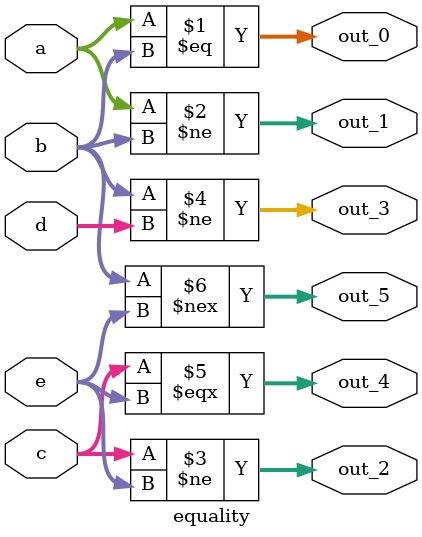
<source format=v>
module equality(a, b, c, d, e, out_0, out_1, out_2, out_3, out_4, out_5);
input [4:0] a, b, c, d, e;
output [4:0] out_0, out_1, out_2, out_3, out_4, out_5;
//a=4'b1010; b=4'b0101; c=4'b000x; d=4'b100z; e=4'b00x0;

assign out_0 = a == b; //1'b0
assign out_1 = a != b; //1'b1
assign out_2 = c != e; //1'bx
assign out_3 = b != d; //1'b1
assign out_4 = c === e; //1'b0
assign out_5 = b !== e; //1'b1

endmodule

</source>
